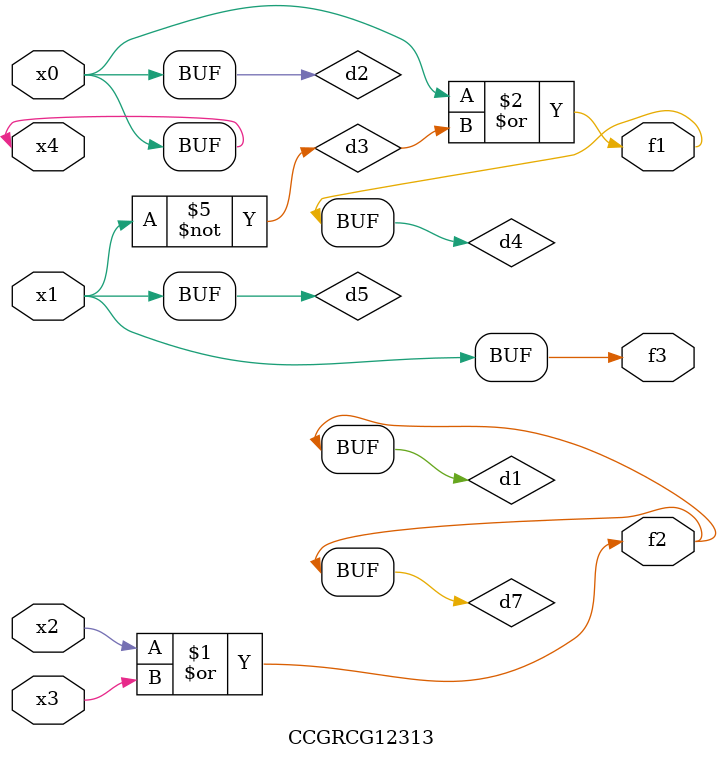
<source format=v>
module CCGRCG12313(
	input x0, x1, x2, x3, x4,
	output f1, f2, f3
);

	wire d1, d2, d3, d4, d5, d6, d7;

	or (d1, x2, x3);
	buf (d2, x0, x4);
	not (d3, x1);
	or (d4, d2, d3);
	not (d5, d3);
	nand (d6, d1, d3);
	or (d7, d1);
	assign f1 = d4;
	assign f2 = d7;
	assign f3 = d5;
endmodule

</source>
